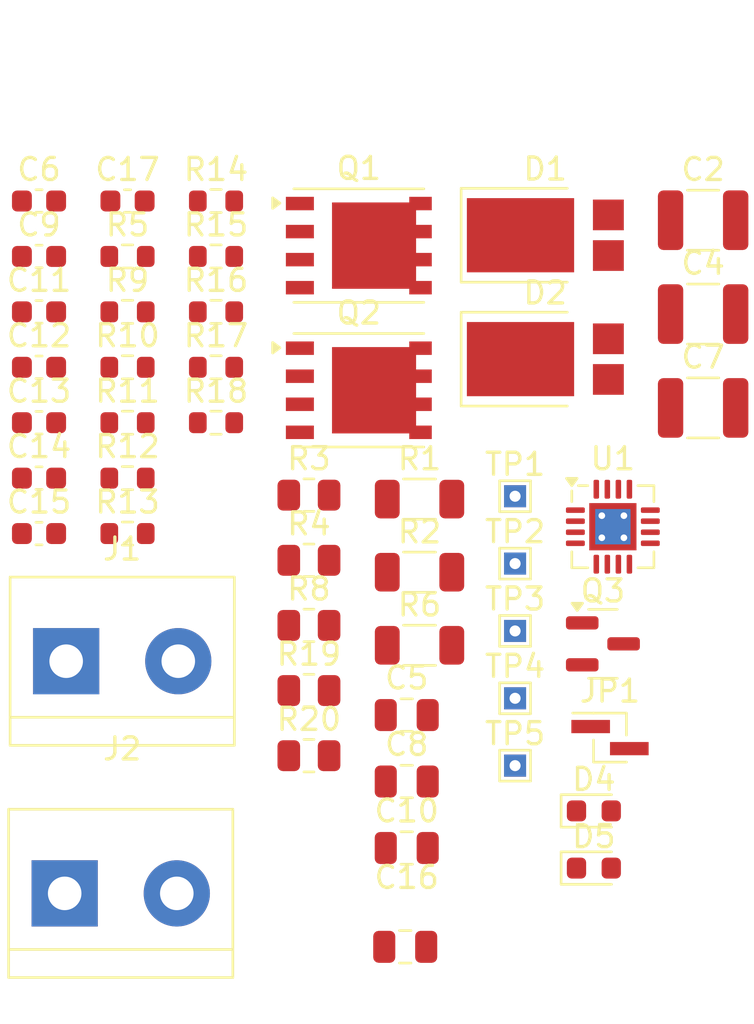
<source format=kicad_pcb>
(kicad_pcb (version 20241229) (generator "pcbnew") (generator_version "9.0")
  (layers (0 "F.Cu" signal) (2 "B.Cu" signal) (13 "F.Paste" user) (15 "B.Paste" user) (5 "F.SilkS" user "F.Silkscreen") (7 "B.SilkS" user "B.Silkscreen") (1 "F.Mask" user) (3 "B.Mask" user) (25 "Edge.Cuts" user))
  (net 0 "")
  (net 1 "Net-(D1-K)")
  (net 2 "GND")
  (net 3 "Net-(C4-Pad1)")
  (net 4 "Net-(U1-VCC)")
  (net 5 "Net-(D2-K)")
  (net 6 "Net-(Q2-D)")
  (net 7 "V-BATT")
  (net 8 "Net-(C9-Pad2)")
  (net 9 "REGN")
  (net 10 "Net-(U1-SRP)")
  (net 11 "Net-(U1-TS)")
  (net 12 "Net-(C15-Pad1)")
  (net 13 "Net-(U1-VFB)")
  (net 14 "VREF")
  (net 15 "MPPSET")
  (net 16 "VIN")
  (net 17 "Net-(D4-A)")
  (net 18 "STAT1")
  (net 19 "STAT2")
  (net 20 "Net-(D5-A)")
  (net 21 "Net-(JP1-Pin_1)")
  (net 22 "Net-(JP1-Pin_2)")
  (net 23 "Net-(Q1-G)")
  (net 24 "Net-(Q2-G)")
  (net 25 "CE")
  (net 26 "Net-(U1-BTST)")
  (net 27 "TERM_EN")
  (footprint "Package_SO:PowerPAK_SO-8_Single" (layer "F.Cu") (at 16.0625 7.86)
    (property "Reference" "Q2" (at 0 -3.5 0) (layer "F.SilkS"))
    (property "Value" "Si7336ADP")
    (fp_line (start -2.945 -2.57) (end 2.945 -2.57) (stroke (width 0.12)) (layer "F.SilkS"))
    (fp_line (start -2.945 2.57) (end 2.945 2.57) (stroke (width 0.12)) (layer "F.SilkS"))
    (fp_poly (pts (xy -3.575 -1.925) (xy -3.905 -2.165) (xy -3.905 -1.685) (xy -3.575 -1.925)) (stroke (width 0.12)) (fill yes) (layer "F.SilkS"))
    (pad "1" smd rect (at -2.67 -1.905) (size 1.27 0.61) (layers "F.Cu" "F.Mask" "F.Paste") (net 2 "GND"))
    (pad "2" smd rect (at -2.67 -0.635) (size 1.27 0.61) (layers "F.Cu" "F.Mask" "F.Paste") (net 2 "GND"))
    (pad "3" smd rect (at -2.67 0.635) (size 1.27 0.61) (layers "F.Cu" "F.Mask" "F.Paste") (net 2 "GND"))
    (pad "4" smd rect (at -2.67 1.905) (size 1.27 0.61) (layers "F.Cu" "F.Mask" "F.Paste") (net 24 "Net-(Q2-G)"))
    (pad "5" smd rect (at 0.69 0) (size 3.81 3.91) (layers "F.Cu" "F.Mask" "F.Paste") (net 6 "Net-(Q2-D)"))
    (pad "5" smd rect (at 2.795 -1.905) (size 1.02 0.61) (layers "F.Cu" "F.Mask" "F.Paste") (net 6 "Net-(Q2-D)"))
    (pad "5" smd rect (at 2.795 -0.635) (size 1.02 0.61) (layers "F.Cu" "F.Mask" "F.Paste") (net 6 "Net-(Q2-D)"))
    (pad "5" smd rect (at 2.795 0.635) (size 1.02 0.61) (layers "F.Cu" "F.Mask" "F.Paste") (net 6 "Net-(Q2-D)"))
    (pad "5" smd rect (at 2.795 1.905) (size 1.02 0.61) (layers "F.Cu" "F.Mask" "F.Paste") (net 6 "Net-(Q2-D)"))
  )
  (footprint "Resistor_SMD:R_0603_1608Metric" (layer "F.Cu") (at 5.5825 6.82)
    (property "Reference" "R10" (at 0 -1.43 0) (layer "F.SilkS"))
    (property "Value" "0.001")
    (fp_line (start -0.237258 -0.5225) (end 0.237258 -0.5225) (stroke (width 0.12)) (layer "F.SilkS"))
    (fp_line (start -0.237258 0.5225) (end 0.237258 0.5225) (stroke (width 0.12)) (layer "F.SilkS"))
    (pad "1" smd roundrect (at -0.825 0) (size 0.8 0.95) (layers "F.Cu" "F.Mask" "F.Paste") (net 7 "V-BATT"))
    (pad "2" smd roundrect (at 0.825 0) (size 0.8 0.95) (layers "F.Cu" "F.Mask" "F.Paste") (net 12 "Net-(C15-Pad1)"))
  )
  (footprint "Resistor_SMD:R_0603_1608Metric" (layer "F.Cu") (at 9.5925 6.82)
    (property "Reference" "R17" (at 0 -1.43 0) (layer "F.SilkS"))
    (property "Value" "10K")
    (fp_line (start -0.237258 -0.5225) (end 0.237258 -0.5225) (stroke (width 0.12)) (layer "F.SilkS"))
    (fp_line (start -0.237258 0.5225) (end 0.237258 0.5225) (stroke (width 0.12)) (layer "F.SilkS"))
    (pad "1" smd roundrect (at -0.825 0) (size 0.8 0.95) (layers "F.Cu" "F.Mask" "F.Paste") (net 16 "VIN"))
    (pad "2" smd roundrect (at 0.825 0) (size 0.8 0.95) (layers "F.Cu" "F.Mask" "F.Paste") (net 20 "Net-(D5-A)"))
  )
  (footprint "Resistor_SMD:R_0603_1608Metric" (layer "F.Cu") (at 5.5825 4.31)
    (property "Reference" "R9" (at 0 -1.43 0) (layer "F.SilkS"))
    (property "Value" "5.23k")
    (fp_line (start -0.237258 -0.5225) (end 0.237258 -0.5225) (stroke (width 0.12)) (layer "F.SilkS"))
    (fp_line (start -0.237258 0.5225) (end 0.237258 0.5225) (stroke (width 0.12)) (layer "F.SilkS"))
    (pad "1" smd roundrect (at -0.825 0) (size 0.8 0.95) (layers "F.Cu" "F.Mask" "F.Paste") (net 14 "VREF"))
    (pad "2" smd roundrect (at 0.825 0) (size 0.8 0.95) (layers "F.Cu" "F.Mask" "F.Paste") (net 22 "Net-(JP1-Pin_2)"))
  )
  (footprint "TestPoint:TestPoint_THTPad_1.0x1.0mm_Drill0.5mm" (layer "F.Cu") (at 23.1425 24.86)
    (property "Reference" "TP5" (at 0 -1.448 0) (layer "F.SilkS"))
    (property "Value" "TestPoint")
    (fp_line (start -0.7 -0.7) (end 0.7 -0.7) (stroke (width 0.12)) (layer "F.SilkS"))
    (fp_line (start -0.7 0.7) (end -0.7 -0.7) (stroke (width 0.12)) (layer "F.SilkS"))
    (fp_line (start 0.7 -0.7) (end 0.7 0.7) (stroke (width 0.12)) (layer "F.SilkS"))
    (fp_line (start 0.7 0.7) (end -0.7 0.7) (stroke (width 0.12)) (layer "F.SilkS"))
    (pad "1" thru_hole rect (at 0 0) (size 1 1) (drill 0.5) (layers "*.Cu" "*.Mask") (net 7 "V-BATT"))
  )
  (footprint "Resistor_SMD:R_0805_2012Metric" (layer "F.Cu") (at 13.8025 21.46)
    (property "Reference" "R19" (at 0 -1.65 0) (layer "F.SilkS"))
    (property "Value" "499k")
    (fp_line (start -0.227064 -0.735) (end 0.227064 -0.735) (stroke (width 0.12)) (layer "F.SilkS"))
    (fp_line (start -0.227064 0.735) (end 0.227064 0.735) (stroke (width 0.12)) (layer "F.SilkS"))
    (pad "1" smd roundrect (at -0.9125 0) (size 1.025 1.4) (layers "F.Cu" "F.Mask" "F.Paste") (roundrect_rratio 0.243902) (net 16 "VIN"))
    (pad "2" smd roundrect (at 0.9125 0) (size 1.025 1.4) (layers "F.Cu" "F.Mask" "F.Paste") (roundrect_rratio 0.243902) (net 15 "MPPSET"))
  )
  (footprint "Package_TO_SOT_SMD:SOT-23" (layer "F.Cu") (at 27.1225 19.345)
    (property "Reference" "Q3" (at 0 -2.4 0) (layer "F.SilkS"))
    (property "Value" "2N7002")
    (fp_line (start 0 -1.56) (end -0.65 -1.56) (stroke (width 0.12)) (layer "F.SilkS"))
    (fp_line (start 0 -1.56) (end 0.65 -1.56) (stroke (width 0.12)) (layer "F.SilkS"))
    (fp_line (start 0 1.56) (end -0.65 1.56) (stroke (width 0.12)) (layer "F.SilkS"))
    (fp_line (start 0 1.56) (end 0.65 1.56) (stroke (width 0.12)) (layer "F.SilkS"))
    (fp_poly (pts (xy -1.1625 -1.51) (xy -1.4025 -1.84) (xy -0.9225 -1.84)) (stroke (width 0.12)) (fill yes) (layer "F.SilkS"))
    (pad "1" smd roundrect (at -0.9375 -0.95) (size 1.475 0.6) (layers "F.Cu" "F.Mask" "F.Paste") (net 25 "CE"))
    (pad "2" smd roundrect (at -0.9375 0.95) (size 1.475 0.6) (layers "F.Cu" "F.Mask" "F.Paste") (net 15 "MPPSET"))
    (pad "3" smd roundrect (at 0.9375 0) (size 1.475 0.6) (layers "F.Cu" "F.Mask" "F.Paste") (net 2 "GND"))
  )
  (footprint "Capacitor_SMD:C_0603_1608Metric" (layer "F.Cu") (at 1.5725 4.31)
    (property "Reference" "C11" (at 0 -1.43 0) (layer "F.SilkS"))
    (property "Value" "0.1u")
    (fp_line (start -0.14058 -0.51) (end 0.14058 -0.51) (stroke (width 0.12)) (layer "F.SilkS"))
    (fp_line (start -0.14058 0.51) (end 0.14058 0.51) (stroke (width 0.12)) (layer "F.SilkS"))
    (pad "1" smd roundrect (at -0.775 0) (size 0.9 0.95) (layers "F.Cu" "F.Mask" "F.Paste") (net 7 "V-BATT"))
    (pad "2" smd roundrect (at 0.775 0) (size 0.9 0.95) (layers "F.Cu" "F.Mask" "F.Paste") (net 2 "GND"))
  )
  (footprint "Capacitor_SMD:C_0603_1608Metric" (layer "F.Cu") (at 1.5725 11.84)
    (property "Reference" "C14" (at 0 -1.43 0) (layer "F.SilkS"))
    (property "Value" "0.1u")
    (fp_line (start -0.14058 -0.51) (end 0.14058 -0.51) (stroke (width 0.12)) (layer "F.SilkS"))
    (fp_line (start -0.14058 0.51) (end 0.14058 0.51) (stroke (width 0.12)) (layer "F.SilkS"))
    (pad "1" smd roundrect (at -0.775 0) (size 0.9 0.95) (layers "F.Cu" "F.Mask" "F.Paste") (net 10 "Net-(U1-SRP)"))
    (pad "2" smd roundrect (at 0.775 0) (size 0.9 0.95) (layers "F.Cu" "F.Mask" "F.Paste") (net 7 "V-BATT"))
  )
  (footprint "Capacitor_SMD:C_0603_1608Metric" (layer "F.Cu") (at 5.5825 -0.71)
    (property "Reference" "C17" (at 0 -1.43 0) (layer "F.SilkS"))
    (property "Value" "22p")
    (fp_line (start -0.14058 -0.51) (end 0.14058 -0.51) (stroke (width 0.12)) (layer "F.SilkS"))
    (fp_line (start -0.14058 0.51) (end 0.14058 0.51) (stroke (width 0.12)) (layer "F.SilkS"))
    (pad "1" smd roundrect (at -0.775 0) (size 0.9 0.95) (layers "F.Cu" "F.Mask" "F.Paste") (net 16 "VIN"))
    (pad "2" smd roundrect (at 0.775 0) (size 0.9 0.95) (layers "F.Cu" "F.Mask" "F.Paste") (net 15 "MPPSET"))
  )
  (footprint "Capacitor_SMD:C_0603_1608Metric" (layer "F.Cu") (at 1.5725 -0.71)
    (property "Reference" "C6" (at 0 -1.43 0) (layer "F.SilkS"))
    (property "Value" "0.1u")
    (fp_line (start -0.14058 -0.51) (end 0.14058 -0.51) (stroke (width 0.12)) (layer "F.SilkS"))
    (fp_line (start -0.14058 0.51) (end 0.14058 0.51) (stroke (width 0.12)) (layer "F.SilkS"))
    (pad "1" smd roundrect (at -0.775 0) (size 0.9 0.95) (layers "F.Cu" "F.Mask" "F.Paste") (net 6 "Net-(Q2-D)"))
    (pad "2" smd roundrect (at 0.775 0) (size 0.9 0.95) (layers "F.Cu" "F.Mask" "F.Paste") (net 5 "Net-(D2-K)"))
  )
  (footprint "TerminalBlock:TerminalBlock_bornier-2_P5.08mm" (layer "F.Cu") (at 2.8025 20.13)
    (property "Reference" "J1" (at 2.54 -5.08 0) (layer "F.SilkS"))
    (property "Value" "14V")
    (fp_line (start -2.54 -3.81) (end -2.54 3.81) (stroke (width 0.12)) (layer "F.SilkS"))
    (fp_line (start -2.54 3.81) (end 7.62 3.81) (stroke (width 0.12)) (layer "F.SilkS"))
    (fp_line (start 7.62 -3.81) (end -2.54 -3.81) (stroke (width 0.12)) (layer "F.SilkS"))
    (fp_line (start 7.62 2.54) (end -2.54 2.54) (stroke (width 0.12)) (layer "F.SilkS"))
    (fp_line (start 7.62 3.81) (end 7.62 -3.81) (stroke (width 0.12)) (layer "F.SilkS"))
    (pad "1" thru_hole rect (at 0 0) (size 3 3) (drill 1.52) (layers "*.Cu" "*.Mask") (net 2 "GND"))
    (pad "2" thru_hole circle (at 5.08 0) (size 3 3) (drill 1.52) (layers "*.Cu" "*.Mask") (net 16 "VIN"))
  )
  (footprint "Capacitor_SMD:C_0805_2012Metric" (layer "F.Cu") (at 18.2325 25.58)
    (property "Reference" "C8" (at 0 -1.68 0) (layer "F.SilkS"))
    (property "Value" "1u")
    (fp_line (start -0.261252 -0.735) (end 0.261252 -0.735) (stroke (width 0.12)) (layer "F.SilkS"))
    (fp_line (start -0.261252 0.735) (end 0.261252 0.735) (stroke (width 0.12)) (layer "F.SilkS"))
    (pad "1" smd roundrect (at -0.95 0) (size 1 1.45) (layers "F.Cu" "F.Mask" "F.Paste") (net 7 "V-BATT"))
    (pad "2" smd roundrect (at 0.95 0) (size 1 1.45) (layers "F.Cu" "F.Mask" "F.Paste") (net 2 "GND"))
  )
  (footprint "Diode_SMD:D_PowerDI-5" (layer "F.Cu") (at 24.5075 6.45)
    (property "Reference" "D2" (at 0 -3 0) (layer "F.SilkS"))
    (property "Value" "MBR0530")
    (fp_line (start -3.81 2.125) (end -3.81 -2.125) (stroke (width 0.12)) (layer "F.SilkS"))
    (fp_line (start -3.81 2.125) (end 1 2.125) (stroke (width 0.12)) (layer "F.SilkS"))
    (fp_line (start 1 -2.125) (end -3.81 -2.125) (stroke (width 0.12)) (layer "F.SilkS"))
    (pad "1" smd rect (at -1.12 0 180) (size 4.86 3.36) (layers "F.Cu" "F.Mask" "F.Paste") (net 5 "Net-(D2-K)"))
    (pad "2" smd rect (at 2.862 -0.92 180) (size 1.4 1.39) (layers "F.Cu" "F.Mask" "F.Paste") (net 9 "REGN"))
    (pad "2" smd rect (at 2.862 0.92 180) (size 1.4 1.39) (layers "F.Cu" "F.Mask" "F.Paste") (net 9 "REGN"))
  )
  (footprint "Resistor_SMD:R_0805_2012Metric" (layer "F.Cu") (at 13.8025 18.51)
    (property "Reference" "R8" (at 0 -1.65 0) (layer "F.SilkS"))
    (property "Value" "10k")
    (fp_line (start -0.227064 -0.735) (end 0.227064 -0.735) (stroke (width 0.12)) (layer "F.SilkS"))
    (fp_line (start -0.227064 0.735) (end 0.227064 0.735) (stroke (width 0.12)) (layer "F.SilkS"))
    (pad "1" smd roundrect (at -0.9125 0) (size 1.025 1.4) (layers "F.Cu" "F.Mask" "F.Paste") (roundrect_rratio 0.243902) (net 8 "Net-(C9-Pad2)"))
    (pad "2" smd roundrect (at 0.9125 0) (size 1.025 1.4) (layers "F.Cu" "F.Mask" "F.Paste") (roundrect_rratio 0.243902) (net 2 "GND"))
  )
  (footprint "TerminalBlock:TerminalBlock_bornier-2_P5.08mm" (layer "F.Cu") (at 2.735 30.645)
    (property "Reference" "J2" (at 2.6075 -6.545 0) (layer "F.SilkS"))
    (property "Value" "Conn_01x03")
    (fp_line (start -2.54 -3.81) (end -2.54 3.81) (stroke (width 0.12)) (layer "F.SilkS"))
    (fp_line (start -2.54 3.81) (end 7.62 3.81) (stroke (width 0.12)) (layer "F.SilkS"))
    (fp_line (start 7.62 -3.81) (end -2.54 -3.81) (stroke (width 0.12)) (layer "F.SilkS"))
    (fp_line (start 7.62 2.54) (end -2.54 2.54) (stroke (width 0.12)) (layer "F.SilkS"))
    (fp_line (start 7.62 3.81) (end 7.62 -3.81) (stroke (width 0.12)) (layer "F.SilkS"))
    (pad "1" thru_hole rect (at 0 0) (size 3 3) (drill 1.52) (layers "*.Cu" "*.Mask"))
    (pad "2" thru_hole circle (at 5.08 0) (size 3 3) (drill 1.52) (layers "*.Cu" "*.Mask"))
  )
  (footprint "Resistor_SMD:R_0805_2012Metric" (layer "F.Cu") (at 13.8025 12.61)
    (property "Reference" "R3" (at 0 -1.65 0) (layer "F.SilkS"))
    (property "Value" "10")
    (fp_line (start -0.227064 -0.735) (end 0.227064 -0.735) (stroke (width 0.12)) (layer "F.SilkS"))
    (fp_line (start -0.227064 0.735) (end 0.227064 0.735) (stroke (width 0.12)) (layer "F.SilkS"))
    (pad "1" smd roundrect (at -0.9125 0) (size 1.025 1.4) (layers "F.Cu" "F.Mask" "F.Paste") (roundrect_rratio 0.243902) (net 1 "Net-(D1-K)"))
    (pad "2" smd roundrect (at 0.9125 0) (size 1.025 1.4) (layers "F.Cu" "F.Mask" "F.Paste") (roundrect_rratio 0.243902) (net 4 "Net-(U1-VCC)"))
  )
  (footprint "Package_SO:PowerPAK_SO-8_Single" (layer "F.Cu") (at 16.0625 1.31)
    (property "Reference" "Q1" (at 0 -3.5 0) (layer "F.SilkS"))
    (property "Value" "Si7336ADP")
    (fp_line (start -2.945 -2.57) (end 2.945 -2.57) (stroke (width 0.12)) (layer "F.SilkS"))
    (fp_line (start -2.945 2.57) (end 2.945 2.57) (stroke (width 0.12)) (layer "F.SilkS"))
    (fp_poly (pts (xy -3.575 -1.925) (xy -3.905 -2.165) (xy -3.905 -1.685) (xy -3.575 -1.925)) (stroke (width 0.12)) (fill yes) (layer "F.SilkS"))
    (pad "1" smd rect (at -2.67 -1.905) (size 1.27 0.61) (layers "F.Cu" "F.Mask" "F.Paste") (net 6 "Net-(Q2-D)"))
    (pad "2" smd rect (at -2.67 -0.635) (size 1.27 0.61) (layers "F.Cu" "F.Mask" "F.Paste") (net 6 "Net-(Q2-D)"))
    (pad "3" smd rect (at -2.67 0.635) (size 1.27 0.61) (layers "F.Cu" "F.Mask" "F.Paste") (net 6 "Net-(Q2-D)"))
    (pad "4" smd rect (at -2.67 1.905) (size 1.27 0.61) (layers "F.Cu" "F.Mask" "F.Paste") (net 23 "Net-(Q1-G)"))
    (pad "5" smd rect (at 0.69 0) (size 3.81 3.91) (layers "F.Cu" "F.Mask" "F.Paste") (net 1 "Net-(D1-K)"))
    (pad "5" smd rect (at 2.795 -1.905) (size 1.02 0.61) (layers "F.Cu" "F.Mask" "F.Paste") (net 1 "Net-(D1-K)"))
    (pad "5" smd rect (at 2.795 -0.635) (size 1.02 0.61) (layers "F.Cu" "F.Mask" "F.Paste") (net 1 "Net-(D1-K)"))
    (pad "5" smd rect (at 2.795 0.635) (size 1.02 0.61) (layers "F.Cu" "F.Mask" "F.Paste") (net 1 "Net-(D1-K)"))
    (pad "5" smd rect (at 2.795 1.905) (size 1.02 0.61) (layers "F.Cu" "F.Mask" "F.Paste") (net 1 "Net-(D1-K)"))
  )
  (footprint "Resistor_SMD:R_0603_1608Metric" (layer "F.Cu") (at 9.5925 -0.71)
    (property "Reference" "R14" (at 0 -1.43 0) (layer "F.SilkS"))
    (property "Value" "10k")
    (fp_line (start -0.237258 -0.5225) (end 0.237258 -0.5225) (stroke (width 0.12)) (layer "F.SilkS"))
    (fp_line (start -0.237258 0.5225) (end 0.237258 0.5225) (stroke (width 0.12)) (layer "F.SilkS"))
    (pad "1" smd roundrect (at -0.825 0) (size 0.8 0.95) (layers "F.Cu" "F.Mask" "F.Paste") (net 21 "Net-(JP1-Pin_1)"))
    (pad "2" smd roundrect (at 0.825 0) (size 0.8 0.95) (layers "F.Cu" "F.Mask" "F.Paste") (net 2 "GND"))
  )
  (footprint "Resistor_SMD:R_1206_3216Metric" (layer "F.Cu") (at 18.8125 12.79)
    (property "Reference" "R1" (at 0 -1.83 0) (layer "F.SilkS"))
    (property "Value" "3.9k")
    (fp_line (start -0.727064 -0.91) (end 0.727064 -0.91) (stroke (width 0.12)) (layer "F.SilkS"))
    (fp_line (start -0.727064 0.91) (end 0.727064 0.91) (stroke (width 0.12)) (layer "F.SilkS"))
    (pad "1" smd roundrect (at -1.4625 0) (size 1.125 1.75) (layers "F.Cu" "F.Mask" "F.Paste") (roundrect_rratio 0.222222) (net 16 "VIN"))
    (pad "2" smd roundrect (at 1.4625 0) (size 1.125 1.75) (layers "F.Cu" "F.Mask" "F.Paste") (roundrect_rratio 0.222222) (net 3 "Net-(C4-Pad1)"))
  )
  (footprint "Resistor_SMD:R_0603_1608Metric" (layer "F.Cu") (at 9.5925 4.31)
    (property "Reference" "R16" (at 0 -1.43 0) (layer "F.SilkS"))
    (property "Value" "R")
    (fp_line (start -0.237258 -0.5225) (end 0.237258 -0.5225) (stroke (width 0.12)) (layer "F.SilkS"))
    (fp_line (start -0.237258 0.5225) (end 0.237258 0.5225) (stroke (width 0.12)) (layer "F.SilkS"))
    (pad "1" smd roundrect (at -0.825 0) (size 0.8 0.95) (layers "F.Cu" "F.Mask" "F.Paste") (net 27 "TERM_EN"))
    (pad "2" smd roundrect (at 0.825 0) (size 0.8 0.95) (layers "F.Cu" "F.Mask" "F.Paste") (net 2 "GND"))
  )
  (footprint "TestPoint:TestPoint_THTPad_1.0x1.0mm_Drill0.5mm" (layer "F.Cu") (at 23.1425 18.76)
    (property "Reference" "TP3" (at 0 -1.448 0) (layer "F.SilkS"))
    (property "Value" "TestPoint_Probe")
    (fp_line (start -0.7 -0.7) (end 0.7 -0.7) (stroke (width 0.12)) (layer "F.SilkS"))
    (fp_line (start -0.7 0.7) (end -0.7 -0.7) (stroke (width 0.12)) (layer "F.SilkS"))
    (fp_line (start 0.7 -0.7) (end 0.7 0.7) (stroke (width 0.12)) (layer "F.SilkS"))
    (fp_line (start 0.7 0.7) (end -0.7 0.7) (stroke (width 0.12)) (layer "F.SilkS"))
    (pad "1" thru_hole rect (at 0 0) (size 1 1) (drill 0.5) (layers "*.Cu" "*.Mask") (net 6 "Net-(Q2-D)"))
  )
  (footprint "TestPoint:TestPoint_THTPad_1.0x1.0mm_Drill0.5mm" (layer "F.Cu") (at 23.1425 15.71)
    (property "Reference" "TP2" (at 0 -1.448 0) (layer "F.SilkS"))
    (property "Value" "TestPoint")
    (fp_line (start -0.7 -0.7) (end 0.7 -0.7) (stroke (width 0.12)) (layer "F.SilkS"))
    (fp_line (start -0.7 0.7) (end -0.7 -0.7) (stroke (width 0.12)) (layer "F.SilkS"))
    (fp_line (start 0.7 -0.7) (end 0.7 0.7) (stroke (width 0.12)) (layer "F.SilkS"))
    (fp_line (start 0.7 0.7) (end -0.7 0.7) (stroke (width 0.12)) (layer "F.SilkS"))
    (pad "1" thru_hole rect (at 0 0) (size 1 1) (drill 0.5) (layers "*.Cu" "*.Mask") (net 26 "Net-(U1-BTST)"))
  )
  (footprint "Capacitor_SMD:C_0603_1608Metric" (layer "F.Cu") (at 1.5725 6.82)
    (property "Reference" "C12" (at 0 -1.43 0) (layer "F.SilkS"))
    (property "Value" "0.1u")
    (fp_line (start -0.14058 -0.51) (end 0.14058 -0.51) (stroke (width 0.12)) (layer "F.SilkS"))
    (fp_line (start -0.14058 0.51) (end 0.14058 0.51) (stroke (width 0.12)) (layer "F.SilkS"))
    (pad "1" smd roundrect (at -0.775 0) (size 0.9 0.95) (layers "F.Cu" "F.Mask" "F.Paste") (net 10 "Net-(U1-SRP)"))
    (pad "2" smd roundrect (at 0.775 0) (size 0.9 0.95) (layers "F.Cu" "F.Mask" "F.Paste") (net 2 "GND"))
  )
  (footprint "TestPoint:TestPoint_THTPad_1.0x1.0mm_Drill0.5mm" (layer "F.Cu") (at 23.1425 12.66)
    (property "Reference" "TP1" (at 0 -1.448 0) (layer "F.SilkS"))
    (property "Value" "TestPoint")
    (fp_line (start -0.7 -0.7) (end 0.7 -0.7) (stroke (width 0.12)) (layer "F.SilkS"))
    (fp_line (start -0.7 0.7) (end -0.7 -0.7) (stroke (width 0.12)) (layer "F.SilkS"))
    (fp_line (start 0.7 -0.7) (end 0.7 0.7) (stroke (width 0.12)) (layer "F.SilkS"))
    (fp_line (start 0.7 0.7) (end -0.7 0.7) (stroke (width 0.12)) (layer "F.SilkS"))
    (pad "1" thru_hole rect (at 0 0) (size 1 1) (drill 0.5) (layers "*.Cu" "*.Mask") (net 23 "Net-(Q1-G)"))
  )
  (footprint "Capacitor_SMD:C_0603_1608Metric" (layer "F.Cu") (at 1.5725 14.35)
    (property "Reference" "C15" (at 0 -1.43 0) (layer "F.SilkS"))
    (property "Value" "22p")
    (fp_line (start -0.14058 -0.51) (end 0.14058 -0.51) (stroke (width 0.12)) (layer "F.SilkS"))
    (fp_line (start -0.14058 0.51) (end 0.14058 0.51) (stroke (width 0.12)) (layer "F.SilkS"))
    (pad "1" smd roundrect (at -0.775 0) (size 0.9 0.95) (layers "F.Cu" "F.Mask" "F.Paste") (net 12 "Net-(C15-Pad1)"))
    (pad "2" smd roundrect (at 0.775 0) (size 0.9 0.95) (layers "F.Cu" "F.Mask" "F.Paste") (net 13 "Net-(U1-VFB)"))
  )
  (footprint "Resistor_SMD:R_0805_2012Metric" (layer "F.Cu") (at 13.8025 15.56)
    (property "Reference" "R4" (at 0 -1.65 0) (layer "F.SilkS"))
    (property "Value" "10")
    (fp_line (start -0.227064 -0.735) (end 0.227064 -0.735) (stroke (width 0.12)) (layer "F.SilkS"))
    (fp_line (start -0.227064 0.735) (end 0.227064 0.735) (stroke (width 0.12)) (layer "F.SilkS"))
    (pad "1" smd roundrect (at -0.9125 0) (size 1.025 1.4) (layers "F.Cu" "F.Mask" "F.Paste") (roundrect_rratio 0.243902) (net 1 "Net-(D1-K)"))
    (pad "2" smd roundrect (at 0.9125 0) (size 1.025 1.4) (layers "F.Cu" "F.Mask" "F.Paste") (roundrect_rratio 0.243902) (net 4 "Net-(U1-VCC)"))
  )
  (footprint "Capacitor_SMD:C_1210_3225Metric" (layer "F.Cu") (at 31.6625 0.16)
    (property "Reference" "C2" (at 0 -2.3 0) (layer "F.SilkS"))
    (property "Value" "10u")
    (fp_line (start -0.711252 -1.36) (end 0.711252 -1.36) (stroke (width 0.12)) (layer "F.SilkS"))
    (fp_line (start -0.711252 1.36) (end 0.711252 1.36) (stroke (width 0.12)) (layer "F.SilkS"))
    (pad "1" smd roundrect (at -1.475 0) (size 1.15 2.7) (layers "F.Cu" "F.Mask" "F.Paste") (roundrect_rratio 0.217391) (net 1 "Net-(D1-K)"))
    (pad "2" smd roundrect (at 1.475 0) (size 1.15 2.7) (layers "F.Cu" "F.Mask" "F.Paste") (roundrect_rratio 0.217391) (net 2 "GND"))
  )
  (footprint "Resistor_SMD:R_0603_1608Metric" (layer "F.Cu") (at 5.5825 1.8)
    (property "Reference" "R5" (at 0 -1.43 0) (layer "F.SilkS"))
    (property "Value" "2.2")
    (fp_line (start -0.237258 -0.5225) (end 0.237258 -0.5225) (stroke (width 0.12)) (layer "F.SilkS"))
    (fp_line (start -0.237258 0.5225) (end 0.237258 0.5225) (stroke (width 0.12)) (layer "F.SilkS"))
    (pad "1" smd roundrect (at -0.825 0) (size 0.8 0.95) (layers "F.Cu" "F.Mask" "F.Paste") (net 26 "Net-(U1-BTST)"))
    (pad "2" smd roundrect (at 0.825 0) (size 0.8 0.95) (layers "F.Cu" "F.Mask" "F.Paste") (net 5 "Net-(D2-K)"))
  )
  (footprint "Resistor_SMD:R_0603_1608Metric" (layer "F.Cu") (at 5.5825 9.33)
    (property "Reference" "R11" (at 0 -1.43 0) (layer "F.SilkS"))
    (property "Value" "100")
    (fp_line (start -0.237258 -0.5225) (end 0.237258 -0.5225) (stroke (width 0.12)) (layer "F.SilkS"))
    (fp_line (start -0.237258 0.5225) (end 0.237258 0.5225) (stroke (width 0.12)) (layer "F.SilkS"))
    (pad "1" smd roundrect (at -0.825 0) (size 0.8 0.95) (layers "F.Cu" "F.Mask" "F.Paste") (net 22 "Net-(JP1-Pin_2)"))
    (pad "2" smd roundrect (at 0.825 0) (size 0.8 0.95) (layers "F.Cu" "F.Mask" "F.Paste") (net 11 "Net-(U1-TS)"))
  )
  (footprint "TestPoint:TestPoint_THTPad_1.0x1.0mm_Drill0.5mm" (layer "F.Cu") (at 23.1425 21.81)
    (property "Reference" "TP4" (at 0 -1.448 0) (layer "F.SilkS"))
    (property "Value" "TestPoint")
    (fp_line (start -0.7 -0.7) (end 0.7 -0.7) (stroke (width 0.12)) (layer "F.SilkS"))
    (fp_line (start -0.7 0.7) (end -0.7 -0.7) (stroke (width 0.12)) (layer "F.SilkS"))
    (fp_line (start 0.7 -0.7) (end 0.7 0.7) (stroke (width 0.12)) (layer "F.SilkS"))
    (fp_line (start 0.7 0.7) (end -0.7 0.7) (stroke (width 0.12)) (layer "F.SilkS"))
    (pad "1" thru_hole rect (at 0 0) (size 1 1) (drill 0.5) (layers "*.Cu" "*.Mask") (net 12 "Net-(C15-Pad1)"))
  )
  (footprint "Resistor_SMD:R_0603_1608Metric" (layer "F.Cu") (at 9.5925 1.8)
    (property "Reference" "R15" (at 0 -1.43 0) (layer "F.SilkS"))
    (property "Value" "100k")
    (fp_line (start -0.237258 -0.5225) (end 0.237258 -0.5225) (stroke (width 0.12)) (layer "F.SilkS"))
    (fp_line (start -0.237258 0.5225) (end 0.237258 0.5225) (stroke (width 0.12)) (layer "F.SilkS"))
    (pad "1" smd roundrect (at -0.825 0) (size 0.8 0.95) (layers "F.Cu" "F.Mask" "F.Paste") (net 13 "Net-(U1-VFB)"))
    (pad "2" smd roundrect (at 0.825 0) (size 0.8 0.95) (layers "F.Cu" "F.Mask" "F.Paste") (net 2 "GND"))
  )
  (footprint "Resistor_SMD:R_1206_3216Metric" (layer "F.Cu") (at 18.8125 19.41)
    (property "Reference" "R6" (at 0 -1.83 0) (layer "F.SilkS"))
    (property "Value" "0.02")
    (fp_line (start -0.727064 -0.91) (end 0.727064 -0.91) (stroke (width 0.12)) (layer "F.SilkS"))
    (fp_line (start -0.727064 0.91) (end 0.727064 0.91) (stroke (width 0.12)) (layer "F.SilkS"))
    (pad "1" smd roundrect (at -1.4625 0) (size 1.125 1.75) (layers "F.Cu" "F.Mask" "F.Paste") (roundrect_rratio 0.222222) (net 10 "Net-(U1-SRP)"))
    (pad "2" smd roundrect (at 1.4625 0) (size 1.125 1.75) (layers "F.Cu" "F.Mask" "F.Paste") (roundrect_rratio 0.222222) (net 7 "V-BATT"))
  )
  (footprint "Resistor_SMD:R_0603_1608Metric" (layer "F.Cu") (at 5.5825 11.84)
    (property "Reference" "R12" (at 0 -1.43 0) (layer "F.SilkS"))
    (property "Value" "30.1k")
    (fp_line (start -0.237258 -0.5225) (end 0.237258 -0.5225) (stroke (width 0.12)) (layer "F.SilkS"))
    (fp_line (start -0.237258 0.5225) (end 0.237258 0.5225) (stroke (width 0.12)) (layer "F.SilkS"))
    (pad "1" smd roundrect (at -0.825 0) (size 0.8 0.95) (layers "F.Cu" "F.Mask" "F.Paste") (net 22 "Net-(JP1-Pin_2)"))
    (pad "2" smd roundrect (at 0.825 0) (size 0.8 0.95) (layers "F.Cu" "F.Mask" "F.Paste") (net 2 "GND"))
  )
  (footprint "Capacitor_SMD:C_0805_2012Metric" (layer "F.Cu") (at 18.165 33.065)
    (property "Reference" "C16" (at 0.0675 -3.145 0) (layer "F.SilkS"))
    (property "Value" "1u")
    (fp_line (start -0.261252 -0.735) (end 0.261252 -0.735) (stroke (width 0.12)) (layer "F.SilkS"))
    (fp_line (start -0.261252 0.735) (end 0.261252 0.735) (stroke (width 0.12)) (layer "F.SilkS"))
    (pad "1" smd roundrect (at -0.95 0) (size 1 1.45) (layers "F.Cu" "F.Mask" "F.Paste") (net 14 "VREF"))
    (pad "2" smd roundrect (at 0.95 0) (size 1 1.45) (layers "F.Cu" "F.Mask" "F.Paste") (net 2 "GND"))
  )
  (footprint "Diode_SMD:D_0603_1608Metric" (layer "F.Cu") (at 26.7125 29.5)
    (property "Reference" "D5" (at 0 -1.43 0) (layer "F.SilkS"))
    (property "Value" "LED")
    (fp_line (start -1.485 -0.735) (end -1.485 0.735) (stroke (width 0.12)) (layer "F.SilkS"))
    (fp_line (start -1.485 0.735) (end 0.8 0.735) (stroke (width 0.12)) (layer "F.SilkS"))
    (fp_line (start 0.8 -0.735) (end -1.485 -0.735) (stroke (width 0.12)) (layer "F.SilkS"))
    (pad "1" smd roundrect (at -0.7875 0) (size 0.875 0.95) (layers "F.Cu" "F.Mask" "F.Paste") (net 19 "STAT2"))
    (pad "2" smd roundrect (at 0.7875 0) (size 0.875 0.95) (layers "F.Cu" "F.Mask" "F.Paste") (net 20 "Net-(D5-A)"))
  )
  (footprint "Capacitor_SMD:C_0805_2012Metric" (layer "F.Cu") (at 18.2325 22.57)
    (property "Reference" "C5" (at 0 -1.68 0) (layer "F.SilkS"))
    (property "Value" "1u")
    (fp_line (start -0.261252 -0.735) (end 0.261252 -0.735) (stroke (width 0.12)) (layer "F.SilkS"))
    (fp_line (start -0.261252 0.735) (end 0.261252 0.735) (stroke (width 0.12)) (layer "F.SilkS"))
    (pad "1" smd roundrect (at -0.95 0) (size 1 1.45) (layers "F.Cu" "F.Mask" "F.Paste") (net 2 "GND"))
    (pad "2" smd roundrect (at 0.95 0) (size 1 1.45) (layers "F.Cu" "F.Mask" "F.Paste") (net 4 "Net-(U1-VCC)"))
  )
  (footprint "Package_DFN_QFN:Texas_RVA_VQFN-16-1EP_3.5x3.5mm_P0.5mm_EP2.14x2.14mm_ThermalVias" (layer "F.Cu") (at 27.5725 14.04)
    (property "Reference" "U1" (at 0 -3.08 0) (layer "F.SilkS"))
    (property "Value" "BQ24650")
    (fp_line (start -1.86 -1.135) (end -1.86 -1.62) (stroke (width 0.12)) (layer "F.SilkS"))
    (fp_line (start -1.86 1.86) (end -1.86 1.135) (stroke (width 0.12)) (layer "F.SilkS"))
    (fp_line (start -1.135 -1.86) (end -1.56 -1.86) (stroke (width 0.12)) (layer "F.SilkS"))
    (fp_line (start -1.135 1.86) (end -1.86 1.86) (stroke (width 0.12)) (layer "F.SilkS"))
    (fp_line (start 1.135 -1.86) (end 1.86 -1.86) (stroke (width 0.12)) (layer "F.SilkS"))
    (fp_line (start 1.135 1.86) (end 1.86 1.86) (stroke (width 0.12)) (layer "F.SilkS"))
    (fp_line (start 1.86 -1.86) (end 1.86 -1.135) (stroke (width 0.12)) (layer "F.SilkS"))
    (fp_line (start 1.86 1.86) (end 1.86 1.135) (stroke (width 0.12)) (layer "F.SilkS"))
    (fp_poly (pts (xy -1.86 -1.86) (xy -2.1 -2.19) (xy -1.62 -2.19)) (stroke (width 0.12)) (fill yes) (layer "F.SilkS"))
    (pad "1" smd roundrect (at -1.6975 -0.75) (size 0.855 0.25) (layers "F.Cu" "F.Mask" "F.Paste") (net 4 "Net-(U1-VCC)"))
    (pad "2" smd roundrect (at -1.6975 -0.25) (size 0.855 0.25) (layers "F.Cu" "F.Mask" "F.Paste") (net 15 "MPPSET"))
    (pad "3" smd roundrect (at -1.6975 0.25) (size 0.855 0.25) (layers "F.Cu" "F.Mask" "F.Paste") (net 18 "STAT1"))
    (pad "4" smd roundrect (at -1.6975 0.75) (size 0.855 0.25) (layers "F.Cu" "F.Mask" "F.Paste") (net 11 "Net-(U1-TS)"))
    (pad "5" smd roundrect (at -0.75 1.6975) (size 0.25 0.855) (layers "F.Cu" "F.Mask" "F.Paste") (net 19 "STAT2"))
    (pad "6" smd roundrect (at -0.25 1.6975) (size 0.25 0.855) (layers "F.Cu" "F.Mask" "F.Paste") (net 14 "VREF"))
    (pad "7" smd roundrect (at 0.25 1.6975) (size 0.25 0.855) (layers "F.Cu" "F.Mask" "F.Paste") (net 27 "TERM_EN"))
    (pad "8" smd roundrect (at 0.75 1.6975) (size 0.25 0.855) (layers "F.Cu" "F.Mask" "F.Paste") (net 13 "Net-(U1-VFB)"))
    (pad "9" smd roundrect (at 1.6975 0.75) (size 0.855 0.25) (layers "F.Cu" "F.Mask" "F.Paste") (net 7 "V-BATT"))
    (pad "10" smd roundrect (at 1.6975 0.25) (size 0.855 0.25) (layers "F.Cu" "F.Mask" "F.Paste") (net 10 "Net-(U1-SRP)"))
    (pad "11" smd roundrect (at 1.6975 -0.25) (size 0.855 0.25) (layers "F.Cu" "F.Mask" "F.Paste") (net 2 "GND"))
    (pad "12" smd roundrect (at 1.6975 -0.75) (size 0.855 0.25) (layers "F.Cu" "F.Mask" "F.Paste") (net 9 "REGN"))
    (pad "13" smd roundrect (at 0.75 -1.6975) (size 0.25 0.855) (layers "F.Cu" "F.Mask" "F.Paste") (net 24 "Net-(Q2-G)"))
    (pad "14" smd roundrect (at 0.25 -1.6975) (size 0.25 0.855) (layers "F.Cu" "F.Mask" "F.Paste") (net 6 "Net-(Q2-D)"))
    (pad "15" smd roundrect (at -0.25 -1.6975) (size 0.25 0.855) (layers "F.Cu" "F.Mask" "F.Paste") (net 23 "Net-(Q1-G)"))
    (pad "16" smd roundrect (at -0.75 -1.6975) (size 0.25 0.855) (layers "F.Cu" "F.Mask" "F.Paste") (net 26 "Net-(U1-BTST)"))
    (pad "17" thru_hole circle (at -0.5 -0.5) (size 0.6 0.6) (drill 0.3) (property pad_prop_heatsink) (layers "*.Cu"))
    (pad "17" thru_hole circle (at -0.5 0.5) (size 0.6 0.6) (drill 0.3) (property pad_prop_heatsink) (layers "*.Cu"))
    (pad "17" smd rect (at 0 0) (size 1.6 1.6) (property pad_prop_heatsink) (layers "B.Cu"))
    (pad "17" smd rect (at 0 0) (size 2.14 2.14) (property pad_prop_heatsink) (layers "F.Cu" "F.Mask"))
    (pad "17" thru_hole circle (at 0.5 -0.5) (size 0.6 0.6) (drill 0.3) (property pad_prop_heatsink) (layers "*.Cu"))
    (pad "17" thru_hole circle (at 0.5 0.5) (size 0.6 0.6) (drill 0.3) (property pad_prop_heatsink) (layers "*.Cu"))
  )
  (footprint "Resistor_SMD:R_0603_1608Metric" (layer "F.Cu") (at 5.5825 14.35)
    (property "Reference" "R13" (at 0 -1.43 0) (layer "F.SilkS"))
    (property "Value" "499k")
    (fp_line (start -0.237258 -0.5225) (end 0.237258 -0.5225) (stroke (width 0.12)) (layer "F.SilkS"))
    (fp_line (start -0.237258 0.5225) (end 0.237258 0.5225) (stroke (width 0.12)) (layer "F.SilkS"))
    (pad "1" smd roundrect (at -0.825 0) (size 0.8 0.95) (layers "F.Cu" "F.Mask" "F.Paste") (net 12 "Net-(C15-Pad1)"))
    (pad "2" smd roundrect (at 0.825 0) (size 0.8 0.95) (layers "F.Cu" "F.Mask" "F.Paste") (net 13 "Net-(U1-VFB)"))
  )
  (footprint "Capacitor_SMD:C_0603_1608Metric" (layer "F.Cu") (at 1.5725 9.33)
    (property "Reference" "C13" (at 0 -1.43 0) (layer "F.SilkS"))
    (property "Value" "1u")
    (fp_line (start -0.14058 -0.51) (end 0.14058 -0.51) (stroke (width 0.12)) (layer "F.SilkS"))
    (fp_line (start -0.14058 0.51) (end 0.14058 0.51) (stroke (width 0.12)) (layer "F.SilkS"))
    (pad "1" smd roundrect (at -0.775 0) (size 0.9 0.95) (layers "F.Cu" "F.Mask" "F.Paste") (net 11 "Net-(U1-TS)"))
    (pad "2" smd roundrect (at 0.775 0) (size 0.9 0.95) (layers "F.Cu" "F.Mask" "F.Paste") (net 2 "GND"))
  )
  (footprint "Capacitor_SMD:C_0603_1608Metric" (layer "F.Cu") (at 1.5725 1.8)
    (property "Reference" "C9" (at 0 -1.43 0) (layer "F.SilkS"))
    (property "Value" "1u")
    (fp_line (start -0.14058 -0.51) (end 0.14058 -0.51) (stroke (width 0.12)) (layer "F.SilkS"))
    (fp_line (start -0.14058 0.51) (end 0.14058 0.51) (stroke (width 0.12)) (layer "F.SilkS"))
    (pad "1" smd roundrect (at -0.775 0) (size 0.9 0.95) (layers "F.Cu" "F.Mask" "F.Paste") (net 6 "Net-(Q2-D)"))
    (pad "2" smd roundrect (at 0.775 0) (size 0.9 0.95) (layers "F.Cu" "F.Mask" "F.Paste") (net 8 "Net-(C9-Pad2)"))
  )
  (footprint "Connector_PinHeader_1.00mm:PinHeader_1x02_P1.00mm_Vertical_SMD_Pin1Left" (layer "F.Cu") (at 27.4425 23.59)
    (property "Reference" "JP1" (at 0 -2.11 0) (layer "F.SilkS"))
    (property "Value" "Conn_01x03")
    (fp_line (start -0.745 -1.11) (end -1.69 -1.11) (stroke (width 0.12)) (layer "F.SilkS"))
    (fp_line (start -0.745 -1.11) (end -0.745 -1.11) (stroke (width 0.12)) (layer "F.SilkS"))
    (fp_line (start -0.745 -1.11) (end 0.745 -1.11) (stroke (width 0.12)) (layer "F.SilkS"))
    (fp_line (start -0.745 0.11) (end -0.745 1.11) (stroke (width 0.12)) (layer "F.SilkS"))
    (fp_line (start -0.745 1.11) (end 0.745 1.11) (stroke (width 0.12)) (layer "F.SilkS"))
    (fp_line (start 0.745 -1.11) (end 0.745 -0.11) (stroke (width 0.12)) (layer "F.SilkS"))
    (fp_line (start 0.745 1.11) (end 0.745 1.11) (stroke (width 0.12)) (layer "F.SilkS"))
    (pad "1" smd rect (at -0.875 -0.5) (size 1.75 0.6) (layers "F.Cu" "F.Mask" "F.Paste") (net 21 "Net-(JP1-Pin_1)"))
    (pad "2" smd rect (at 0.875 0.5) (size 1.75 0.6) (layers "F.Cu" "F.Mask" "F.Paste") (net 22 "Net-(JP1-Pin_2)"))
  )
  (footprint "Resistor_SMD:R_0603_1608Metric" (layer "F.Cu") (at 9.5925 9.33)
    (property "Reference" "R18" (at 0 -1.43 0) (layer "F.SilkS"))
    (property "Value" "10K")
    (fp_line (start -0.237258 -0.5225) (end 0.237258 -0.5225) (stroke (width 0.12)) (layer "F.SilkS"))
    (fp_line (start -0.237258 0.5225) (end 0.237258 0.5225) (stroke (width 0.12)) (layer "F.SilkS"))
    (pad "1" smd roundrect (at -0.825 0) (size 0.8 0.95) (layers "F.Cu" "F.Mask" "F.Paste") (net 16 "VIN"))
    (pad "2" smd roundrect (at 0.825 0) (size 0.8 0.95) (layers "F.Cu" "F.Mask" "F.Paste") (net 17 "Net-(D4-A)"))
  )
  (footprint "Capacitor_SMD:C_0805_2012Metric" (layer "F.Cu") (at 18.2325 28.59)
    (property "Reference" "C10" (at 0 -1.68 0) (layer "F.SilkS"))
    (property "Value" "1u")
    (fp_line (start -0.261252 -0.735) (end 0.261252 -0.735) (stroke (width 0.12)) (layer "F.SilkS"))
    (fp_line (start -0.261252 0.735) (end 0.261252 0.735) (stroke (width 0.12)) (layer "F.SilkS"))
    (pad "1" smd roundrect (at -0.95 0) (size 1 1.45) (layers "F.Cu" "F.Mask" "F.Paste") (net 9 "REGN"))
    (pad "2" smd roundrect (at 0.95 0) (size 1 1.45) (layers "F.Cu" "F.Mask" "F.Paste") (net 2 "GND"))
  )
  (footprint "Resistor_SMD:R_0805_2012Metric" (layer "F.Cu") (at 13.8025 24.41)
    (property "Reference" "R20" (at 0 -1.65 0) (layer "F.SilkS"))
    (property "Value" "36K")
    (fp_line (start -0.227064 -0.735) (end 0.227064 -0.735) (stroke (width 0.12)) (layer "F.SilkS"))
    (fp_line (start -0.227064 0.735) (end 0.227064 0.735) (stroke (width 0.12)) (layer "F.SilkS"))
    (pad "1" smd roundrect (at -0.9125 0) (size 1.025 1.4) (layers "F.Cu" "F.Mask" "F.Paste") (roundrect_rratio 0.243902) (net 15 "MPPSET"))
    (pad "2" smd roundrect (at 0.9125 0) (size 1.025 1.4) (layers "F.Cu" "F.Mask" "F.Paste") (roundrect_rratio 0.243902) (net 2 "GND"))
  )
  (footprint "Diode_SMD:D_0603_1608Metric" (layer "F.Cu") (at 26.7125 26.91)
    (property "Reference" "D4" (at 0 -1.43 0) (layer "F.SilkS"))
    (property "Value" "LED")
    (fp_line (start -1.485 -0.735) (end -1.485 0.735) (stroke (width 0.12)) (layer "F.SilkS"))
    (fp_line (start -1.485 0.735) (end 0.8 0.735) (stroke (width 0.12)) (layer "F.SilkS"))
    (fp_line (start 0.8 -0.735) (end -1.485 -0.735) (stroke (width 0.12)) (layer "F.SilkS"))
    (pad "1" smd roundrect (at -0.7875 0) (size 0.875 0.95) (layers "F.Cu" "F.Mask" "F.Paste") (net 18 "STAT1"))
    (pad "2" smd roundrect (at 0.7875 0) (size 0.875 0.95) (layers "F.Cu" "F.Mask" "F.Paste") (net 17 "Net-(D4-A)"))
  )
  (footprint "Diode_SMD:D_PowerDI-5" (layer "F.Cu") (at 24.5075 0.84)
    (property "Reference" "D1" (at 0 -3 0) (layer "F.SilkS"))
    (property "Value" "PDS1040")
    (fp_line (start -3.81 2.125) (end -3.81 -2.125) (stroke (width 0.12)) (layer "F.SilkS"))
    (fp_line (start -3.81 2.125) (end 1 2.125) (stroke (width 0.12)) (layer "F.SilkS"))
    (fp_line (start 1 -2.125) (end -3.81 -2.125) (stroke (width 0.12)) (layer "F.SilkS"))
    (pad "1" smd rect (at -1.12 0 180) (size 4.86 3.36) (layers "F.Cu" "F.Mask" "F.Paste") (net 1 "Net-(D1-K)"))
    (pad "2" smd rect (at 2.862 -0.92 180) (size 1.4 1.39) (layers "F.Cu" "F.Mask" "F.Paste") (net 16 "VIN"))
    (pad "2" smd rect (at 2.862 0.92 180) (size 1.4 1.39) (layers "F.Cu" "F.Mask" "F.Paste") (net 16 "VIN"))
  )
  (footprint "Capacitor_SMD:C_1210_3225Metric" (layer "F.Cu") (at 31.6625 8.66)
    (property "Reference" "C7" (at 0 -2.3 0) (layer "F.SilkS"))
    (property "Value" "10u")
    (fp_line (start -0.711252 -1.36) (end 0.711252 -1.36) (stroke (width 0.12)) (layer "F.SilkS"))
    (fp_line (start -0.711252 1.36) (end 0.711252 1.36) (stroke (width 0.12)) (layer "F.SilkS"))
    (pad "1" smd roundrect (at -1.475 0) (size 1.15 2.7) (layers "F.Cu" "F.Mask" "F.Paste") (roundrect_rratio 0.217391) (net 7 "V-BATT"))
    (pad "2" smd roundrect (at 1.475 0) (size 1.15 2.7) (layers "F.Cu" "F.Mask" "F.Paste") (roundrect_rratio 0.217391) (net 2 "GND"))
  )
  (footprint "Resistor_SMD:R_1206_3216Metric" (layer "F.Cu") (at 18.8125 16.1)
    (property "Reference" "R2" (at 0 -1.83 0) (layer "F.SilkS"))
    (property "Value" "3.9k")
    (fp_line (start -0.727064 -0.91) (end 0.727064 -0.91) (stroke (width 0.12)) (layer "F.SilkS"))
    (fp_line (start -0.727064 0.91) (end 0.727064 0.91) (stroke (width 0.12)) (layer "F.SilkS"))
    (pad "1" smd roundrect (at -1.4625 0) (size 1.125 1.75) (layers "F.Cu" "F.Mask" "F.Paste") (roundrect_rratio 0.222222) (net 16 "VIN"))
    (pad "2" smd roundrect (at 1.4625 0) (size 1.125 1.75) (layers "F.Cu" "F.Mask" "F.Paste") (roundrect_rratio 0.222222) (net 3 "Net-(C4-Pad1)"))
  )
  (footprint "Capacitor_SMD:C_1210_3225Metric" (layer "F.Cu") (at 31.6625 4.41)
    (property "Reference" "C4" (at 0 -2.3 0) (layer "F.SilkS"))
    (property "Value" "2.2u")
    (fp_line (start -0.711252 -1.36) (end 0.711252 -1.36) (stroke (width 0.12)) (layer "F.SilkS"))
    (fp_line (start -0.711252 1.36) (end 0.711252 1.36) (stroke (width 0.12)) (layer "F.SilkS"))
    (pad "1" smd roundrect (at -1.475 0) (size 1.15 2.7) (layers "F.Cu" "F.Mask" "F.Paste") (roundrect_rratio 0.217391) (net 3 "Net-(C4-Pad1)"))
    (pad "2" smd roundrect (at 1.475 0) (size 1.15 2.7) (layers "F.Cu" "F.Mask" "F.Paste") (roundrect_rratio 0.217391) (net 2 "GND"))
  )
)
</source>
